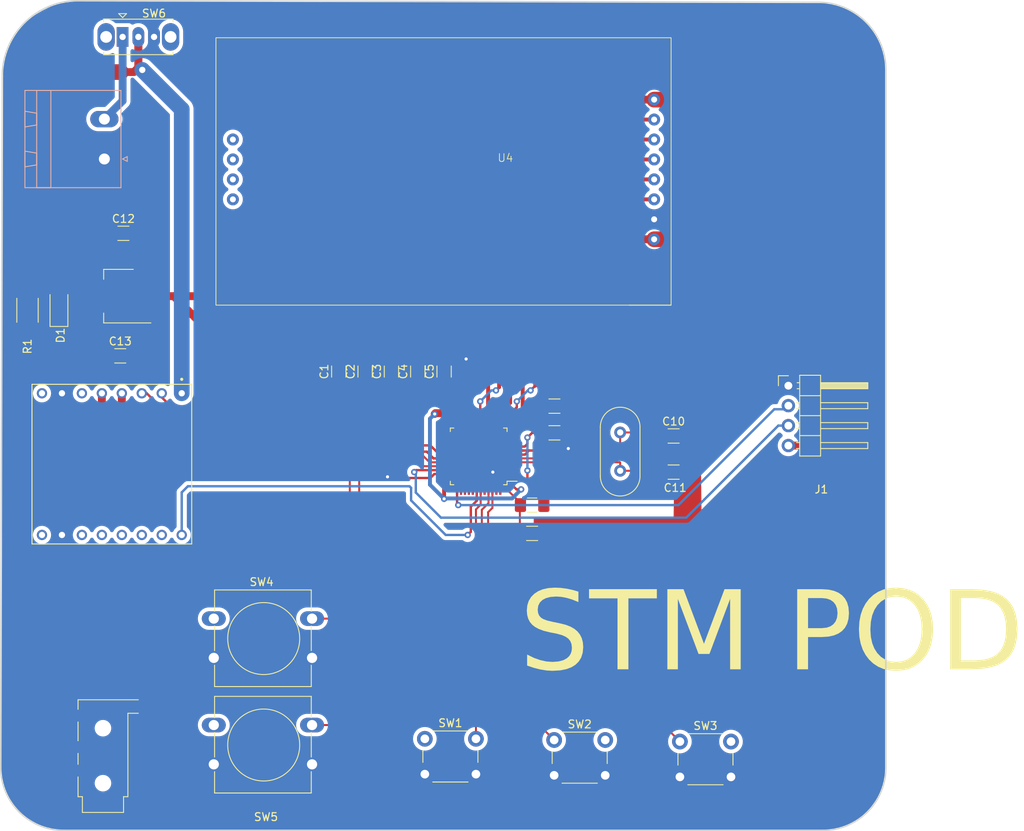
<source format=kicad_pcb>
(kicad_pcb (version 20221018) (generator pcbnew)
  (layers (0 "F.Cu" signal) (31 "B.Cu" signal) (34 "B.Paste" user) (35 "F.Paste" user) (36 "B.SilkS" user "B.Silkscreen") (37 "F.SilkS" user "F.Silkscreen") (38 "B.Mask" user) (39 "F.Mask" user) (44 "Edge.Cuts" user))
  (net 0 "")
  (net 1 "+3.3V")
  (net 2 "GND")
  (net 3 "+3.3VA")
  (net 4 "BAT")
  (net 5 "/HSE-OUT")
  (net 6 "/HSE-IN")
  (net 7 "VBUS")
  (net 8 "/PWR_LED")
  (net 9 "/SWCLK")
  (net 10 "/SWDIO")
  (net 11 "/R")
  (net 12 "/L")
  (net 13 "BACK")
  (net 14 "ACT")
  (net 15 "FRW")
  (net 16 "UP")
  (net 17 "DOWN")
  (net 23 "RES")
  (net 24 "CS")
  (net 25 "A0")
  (net 26 "SCK")
  (net 28 "SDA")
  (net 39 "MP3_RX")
  (net 40 "MP3_TX")
  (net 45 "BUSY")
  (footprint "Capacitor_SMD:C_1206_3216Metric_Pad1.33x1.80mm_HandSolder" (layer "F.Cu") (at 136.4 87.6 90)
    (fp_text reference "C5" (at 0 -1.85 90) (layer "F.SilkS"))
    (fp_text value "10u")
    (pad "1" smd roundrect (at -1.5625 0 90) (size 1.325 1.8) (layers "F.Cu" "F.Paste" "F.Mask") (roundrect_rratio 0.188679) (net 1 "+3.3V"))
    (pad "2" smd roundrect (at 1.5625 0 90) (size 1.325 1.8) (layers "F.Cu" "F.Paste" "F.Mask") (roundrect_rratio 0.188679) (net 2 "GND"))
  )
  (footprint "Resistor_SMD:R_2010_5025Metric_Pad1.40x2.65mm_HandSolder" (layer "F.Cu") (at 83.4 79.8 -90)
    (fp_text reference "R1" (at 4.6 0 90) (layer "F.SilkS"))
    (fp_text value "1.5k")
    (pad "1" smd roundrect (at -2.4 0 270) (size 1.4 2.65) (layers "F.Cu" "F.Paste" "F.Mask") (roundrect_rratio 0.178571) (net 2 "GND"))
    (pad "2" smd roundrect (at 2.4 0 270) (size 1.4 2.65) (layers "F.Cu" "F.Paste" "F.Mask") (roundrect_rratio 0.178571) (net 8 "/PWR_LED"))
  )
  (footprint "Inductor_SMD:L_1206_3216Metric_Pad1.42x1.75mm_HandSolder" (layer "F.Cu") (at 147.6 104.6 180)
    (fp_text reference "FB1" hide)
    (fp_text value "FerriteBead")
    (pad "1" smd roundrect (at -1.4875 0 180) (size 1.425 1.75) (layers "F.Cu" "F.Paste" "F.Mask") (roundrect_rratio 0.175439) (net 3 "+3.3VA"))
    (pad "2" smd roundrect (at 1.4875 0 180) (size 1.425 1.75) (layers "F.Cu" "F.Paste" "F.Mask") (roundrect_rratio 0.175439) (net 1 "+3.3V"))
  )
  (footprint "Capacitor_SMD:C_1206_3216Metric_Pad1.33x1.80mm_HandSolder" (layer "F.Cu") (at 147.6 108.2)
    (fp_text reference "C8" hide)
    (fp_text value "1u" hide)
    (pad "1" smd roundrect (at -1.5625 0) (size 1.325 1.8) (layers "F.Cu" "F.Paste" "F.Mask") (roundrect_rratio 0.188679) (net 1 "+3.3V"))
    (pad "2" smd roundrect (at 1.5625 0) (size 1.325 1.8) (layers "F.Cu" "F.Paste" "F.Mask") (roundrect_rratio 0.188679) (net 2 "GND"))
  )
  (footprint "Crystal:Crystal_HC49-U_Vertical" (layer "F.Cu") (at 158.8 95.35 -90)
    (fp_text reference "Y1" hide)
    (fp_text value "8 MHz")
    (pad "1" thru_hole circle (at 0 0 270) (size 1.5 1.5) (drill 0.8) (layers "*.Cu" "*.Mask") (net 5 "/HSE-OUT"))
    (pad "2" thru_hole circle (at 4.88 0 270) (size 1.5 1.5) (drill 0.8) (layers "*.Cu" "*.Mask") (net 6 "/HSE-IN"))
  )
  (footprint "Button_Switch_THT:SW_PUSH-12mm" (layer "F.Cu") (at 107.1 132.6)
    (fp_text reference "SW5" (at 6.64 11.7) (layer "F.SilkS"))
    (fp_text value "DOWN")
    (pad "1" thru_hole oval (at 0 0) (size 3.048 1.85) (drill 1.3) (layers "*.Cu" "*.Mask") (net 17 "DOWN"))
    (pad "1" thru_hole oval (at 12.5 0) (size 3.048 1.85) (drill 1.3) (layers "*.Cu" "*.Mask") (net 17 "DOWN"))
    (pad "2" thru_hole oval (at 0 5) (size 3.048 1.85) (drill 1.3) (layers "*.Cu" "*.Mask") (net 2 "GND"))
    (pad "2" thru_hole oval (at 12.5 5) (size 3.048 1.85) (drill 1.3) (layers "*.Cu" "*.Mask") (net 2 "GND"))
  )
  (footprint "Capacitor_SMD:C_1206_3216Metric_Pad1.33x1.80mm_HandSolder" (layer "F.Cu") (at 95.6 70)
    (fp_text reference "C12" (at 0 -1.85) (layer "F.SilkS"))
    (fp_text value "22u")
    (pad "1" smd roundrect (at -1.5625 0) (size 1.325 1.8) (layers "F.Cu" "F.Paste" "F.Mask") (roundrect_rratio 0.188679) (net 4 "BAT"))
    (pad "2" smd roundrect (at 1.5625 0) (size 1.325 1.8) (layers "F.Cu" "F.Paste" "F.Mask") (roundrect_rratio 0.188679) (net 2 "GND"))
  )
  (footprint "Button_Switch_THT:SW_PUSH-12mm" (layer "F.Cu") (at 107.1 119.05)
    (fp_text reference "SW4" (at 6.08 -4.66) (layer "F.SilkS"))
    (fp_text value "UP")
    (pad "1" thru_hole oval (at 0 0) (size 3.048 1.85) (drill 1.3) (layers "*.Cu" "*.Mask") (net 16 "UP"))
    (pad "1" thru_hole oval (at 12.5 0) (size 3.048 1.85) (drill 1.3) (layers "*.Cu" "*.Mask") (net 16 "UP"))
    (pad "2" thru_hole oval (at 0 5) (size 3.048 1.85) (drill 1.3) (layers "*.Cu" "*.Mask") (net 2 "GND"))
    (pad "2" thru_hole oval (at 12.5 5) (size 3.048 1.85) (drill 1.3) (layers "*.Cu" "*.Mask") (net 2 "GND"))
  )
  (footprint "DFR0299:MODULE_DFR0299" (layer "F.Cu") (at 94.13 99.383 -90)
    (fp_text reference "U3" hide)
    (fp_text value "DFR0299")
    (pad "1" thru_hole rect (at -9.017 -8.89 270) (size 1.308 1.308) (drill 0.8) (layers "*.Cu" "*.Mask") (net 4 "BAT"))
    (pad "2" thru_hole circle (at -9.017 -6.35 270) (size 1.308 1.308) (drill 0.8) (layers "*.Cu" "*.Mask") (net 39 "MP3_RX"))
    (pad "3" thru_hole circle (at -9.017 -3.81 270) (size 1.308 1.308) (drill 0.8) (layers "*.Cu" "*.Mask") (net 40 "MP3_TX"))
    (pad "4" thru_hole circle (at -9.017 -1.27 270) (size 1.308 1.308) (drill 0.8) (layers "*.Cu" "*.Mask") (net 11 "/R"))
    (pad "5" thru_hole circle (at -9.017 1.27 270) (size 1.308 1.308) (drill 0.8) (layers "*.Cu" "*.Mask") (net 12 "/L"))
    (pad "6" thru_hole circle (at -9.017 3.81 270) (size 1.308 1.308) (drill 0.8) (layers "*.Cu" "*.Mask"))
    (pad "7" thru_hole circle (at -9.017 6.35 270) (size 1.308 1.308) (drill 0.8) (layers "*.Cu" "*.Mask") (net 2 "GND"))
    (pad "8" thru_hole circle (at -9.017 8.89 270) (size 1.308 1.308) (drill 0.8) (layers "*.Cu" "*.Mask"))
    (pad "9" thru_hole circle (at 9.017 8.89 270) (size 1.308 1.308) (drill 0.8) (layers "*.Cu" "*.Mask"))
    (pad "10" thru_hole circle (at 9.017 6.35 270) (size 1.308 1.308) (drill 0.8) (layers "*.Cu" "*.Mask") (net 2 "GND"))
    (pad "11" thru_hole circle (at 9.017 3.81 270) (size 1.308 1.308) (drill 0.8) (layers "*.Cu" "*.Mask"))
    (pad "12" thru_hole circle (at 9.017 1.27 270) (size 1.308 1.308) (drill 0.8) (layers "*.Cu" "*.Mask"))
    (pad "13" thru_hole circle (at 9.017 -1.27 270) (size 1.308 1.308) (drill 0.8) (layers "*.Cu" "*.Mask"))
    (pad "14" thru_hole circle (at 9.017 -3.81 270) (size 1.308 1.308) (drill 0.8) (layers "*.Cu" "*.Mask"))
    (pad "15" thru_hole circle (at 9.017 -6.35 270) (size 1.308 1.308) (drill 0.8) (layers "*.Cu" "*.Mask"))
    (pad "16" thru_hole circle (at 9.017 -8.89 270) (size 1.308 1.308) (drill 0.8) (layers "*.Cu" "*.Mask") (net 45 "BUSY"))
  )
  (footprint "Package_QFP:LQFP-48_7x7mm_P0.5mm" (layer "F.Cu") (at 140.8 98.4 180)
    (fp_text reference "U1" hide)
    (fp_text value "STM32F103C8T6" hide)
    (pad "1" smd roundrect (at -4.1625 -2.75 180) (size 1.475 0.3) (layers "F.Cu" "F.Paste" "F.Mask") (net 1 "+3.3V"))
    (pad "2" smd roundrect (at -4.1625 -2.25 180) (size 1.475 0.3) (layers "F.Cu" "F.Paste" "F.Mask"))
    (pad "3" smd roundrect (at -4.1625 -1.75 180) (size 1.475 0.3) (layers "F.Cu" "F.Paste" "F.Mask"))
    (pad "4" smd roundrect (at -4.1625 -1.25 180) (size 1.475 0.3) (layers "F.Cu" "F.Paste" "F.Mask"))
    (pad "5" smd roundrect (at -4.1625 -0.75 180) (size 1.475 0.3) (layers "F.Cu" "F.Paste" "F.Mask") (net 6 "/HSE-IN"))
    (pad "6" smd roundrect (at -4.1625 -0.25 180) (size 1.475 0.3) (layers "F.Cu" "F.Paste" "F.Mask") (net 5 "/HSE-OUT"))
    (pad "7" smd roundrect (at -4.1625 0.25 180) (size 1.475 0.3) (layers "F.Cu" "F.Paste" "F.Mask") (net 2 "GND"))
    (pad "8" smd roundrect (at -4.1625 0.75 180) (size 1.475 0.3) (layers "F.Cu" "F.Paste" "F.Mask") (net 2 "GND"))
    (pad "9" smd roundrect (at -4.1625 1.25 180) (size 1.475 0.3) (layers "F.Cu" "F.Paste" "F.Mask") (net 3 "+3.3VA"))
    (pad "10" smd roundrect (at -4.1625 1.75 180) (size 1.475 0.3) (layers "F.Cu" "F.Paste" "F.Mask"))
    (pad "11" smd roundrect (at -4.1625 2.25 180) (size 1.475 0.3) (layers "F.Cu" "F.Paste" "F.Mask"))
    (pad "12" smd roundrect (at -4.1625 2.75 180) (size 1.475 0.3) (layers "F.Cu" "F.Paste" "F.Mask") (net 23 "RES"))
    (pad "13" smd roundrect (at -2.75 4.1625 180) (size 0.3 1.475) (layers "F.Cu" "F.Paste" "F.Mask") (net 24 "CS"))
    (pad "14" smd roundrect (at -2.25 4.1625 180) (size 0.3 1.475) (layers "F.Cu" "F.Paste" "F.Mask") (net 25 "A0"))
    (pad "15" smd roundrect (at -1.75 4.1625 180) (size 0.3 1.475) (layers "F.Cu" "F.Paste" "F.Mask") (net 26 "SCK"))
    (pad "16" smd roundrect (at -1.25 4.1625 180) (size 0.3 1.475) (layers "F.Cu" "F.Paste" "F.Mask"))
    (pad "17" smd roundrect (at -0.75 4.1625 180) (size 0.3 1.475) (layers "F.Cu" "F.Paste" "F.Mask") (net 28 "SDA"))
    (pad "18" smd roundrect (at -0.25 4.1625 180) (size 0.3 1.475) (layers "F.Cu" "F.Paste" "F.Mask"))
    (pad "19" smd roundrect (at 0.25 4.1625 180) (size 0.3 1.475) (layers "F.Cu" "F.Paste" "F.Mask"))
    (pad "20" smd roundrect (at 0.75 4.1625 180) (size 0.3 1.475) (layers "F.Cu" "F.Paste" "F.Mask"))
    (pad "21" smd roundrect (at 1.25 4.1625 180) (size 0.3 1.475) (layers "F.Cu" "F.Paste" "F.Mask"))
    (pad "22" smd roundrect (at 1.75 4.1625 180) (size 0.3 1.475) (layers "F.Cu" "F.Paste" "F.Mask"))
    (pad "23" smd roundrect (at 2.25 4.1625 180) (size 0.3 1.475) (layers "F.Cu" "F.Paste" "F.Mask") (net 2 "GND"))
    (pad "24" smd roundrect (at 2.75 4.1625 180) (size 0.3 1.475) (layers "F.Cu" "F.Paste" "F.Mask") (net 1 "+3.3V"))
    (pad "25" smd roundrect (at 4.1625 2.75 180) (size 1.475 0.3) (layers "F.Cu" "F.Paste" "F.Mask"))
    (pad "26" smd roundrect (at 4.1625 2.25 180) (size 1.475 0.3) (layers "F.Cu" "F.Paste" "F.Mask"))
    (pad "27" smd roundrect (at 4.1625 1.75 180) (size 1.475 0.3) (layers "F.Cu" "F.Paste" "F.Mask"))
    (pad "28" smd roundrect (at 4.1625 1.25 180) (size 1.475 0.3) (layers "F.Cu" "F.Paste" "F.Mask"))
    (pad "29" smd roundrect (at 4.1625 0.75 180) (size 1.475 0.3) (layers "F.Cu" "F.Paste" "F.Mask"))
    (pad "30" smd roundrect (at 4.1625 0.25 180) (size 1.475 0.3) (layers "F.Cu" "F.Paste" "F.Mask") (net 39 "MP3_RX"))
    (pad "31" smd roundrect (at 4.1625 -0.25 180) (size 1.475 0.3) (layers "F.Cu" "F.Paste" "F.Mask") (net 40 "MP3_TX"))
    (pad "32" smd roundrect (at 4.1625 -0.75 180) (size 1.475 0.3) (layers "F.Cu" "F.Paste" "F.Mask") (net 16 "UP"))
    (pad "33" smd roundrect (at 4.1625 -1.25 180) (size 1.475 0.3) (layers "F.Cu" "F.Paste" "F.Mask") (net 17 "DOWN"))
    (pad "34" smd roundrect (at 4.1625 -1.75 180) (size 1.475 0.3) (layers "F.Cu" "F.Paste" "F.Mask") (net 10 "/SWDIO"))
    (pad "35" smd roundrect (at 4.1625 -2.25 180) (size 1.475 0.3) (layers "F.Cu" "F.Paste" "F.Mask") (net 2 "GND"))
    (pad "36" smd roundrect (at 4.1625 -2.75 180) (size 1.475 0.3) (layers "F.Cu" "F.Paste" "F.Mask") (net 1 "+3.3V"))
    (pad "37" smd roundrect (at 2.75 -4.1625 180) (size 0.3 1.475) (layers "F.Cu" "F.Paste" "F.Mask") (net 9 "/SWCLK"))
    (pad "38" smd roundrect (at 2.25 -4.1625 180) (size 0.3 1.475) (layers "F.Cu" "F.Paste" "F.Mask"))
    (pad "39" smd roundrect (at 1.75 -4.1625 180) (size 0.3 1.475) (layers "F.Cu" "F.Paste" "F.Mask"))
    (pad "40" smd roundrect (at 1.25 -4.1625 180) (size 0.3 1.475) (layers "F.Cu" "F.Paste" "F.Mask"))
    (pad "41" smd roundrect (at 0.75 -4.1625 180) (size 0.3 1.475) (layers "F.Cu" "F.Paste" "F.Mask"))
    (pad "42" smd roundrect (at 0.25 -4.1625 180) (size 0.3 1.475) (layers "F.Cu" "F.Paste" "F.Mask") (net 45 "BUSY"))
    (pad "43" smd roundrect (at -0.25 -4.1625 180) (size 0.3 1.475) (layers "F.Cu" "F.Paste" "F.Mask") (net 13 "BACK"))
    (pad "44" smd roundrect (at -0.75 -4.1625 180) (size 0.3 1.475) (layers "F.Cu" "F.Paste" "F.Mask") (net 2 "GND"))
    (pad "45" smd roundrect (at -1.25 -4.1625 180) (size 0.3 1.475) (layers "F.Cu" "F.Paste" "F.Mask") (net 14 "ACT"))
    (pad "46" smd roundrect (at -1.75 -4.1625 180) (size 0.3 1.475) (layers "F.Cu" "F.Paste" "F.Mask") (net 15 "FRW"))
    (pad "47" smd roundrect (at -2.25 -4.1625 180) (size 0.3 1.475) (layers "F.Cu" "F.Paste" "F.Mask") (net 2 "GND"))
    (pad "48" smd roundrect (at -2.75 -4.1625 180) (size 0.3 1.475) (layers "F.Cu" "F.Paste" "F.Mask") (net 1 "+3.3V"))
  )
  (footprint "Connector_PinHeader_2.54mm:PinHeader_1x04_P2.54mm_Horizontal" (layer "F.Cu") (at 180.2 89.4)
    (fp_text reference "J1" (at 4.2 13.2) (layer "F.SilkS"))
    (fp_text value "Conn_01x04_Pin")
    (pad "1" thru_hole rect (at 0 0) (size 1.7 1.7) (drill 1) (layers "*.Cu" "*.Mask") (net 2 "GND"))
    (pad "2" thru_hole oval (at 0 2.54) (size 1.7 1.7) (drill 1) (layers "*.Cu" "*.Mask") (net 9 "/SWCLK"))
    (pad "3" thru_hole oval (at 0 5.08) (size 1.7 1.7) (drill 1) (layers "*.Cu" "*.Mask") (net 10 "/SWDIO"))
    (pad "4" thru_hole oval (at 0 7.62) (size 1.7 1.7) (drill 1) (layers "*.Cu" "*.Mask") (net 1 "+3.3V"))
  )
  (footprint "Capacitor_SMD:C_1206_3216Metric_Pad1.33x1.80mm_HandSolder" (layer "F.Cu") (at 95.2 85.6)
    (fp_text reference "C13" (at 0 -1.85) (layer "F.SilkS"))
    (fp_text value "22u")
    (pad "1" smd roundrect (at -1.5625 0) (size 1.325 1.8) (layers "F.Cu" "F.Paste" "F.Mask") (roundrect_rratio 0.188679) (net 1 "+3.3V"))
    (pad "2" smd roundrect (at 1.5625 0) (size 1.325 1.8) (layers "F.Cu" "F.Paste" "F.Mask") (roundrect_rratio 0.188679) (net 2 "GND"))
  )
  (footprint "Capacitor_SMD:C_1206_3216Metric_Pad1.33x1.80mm_HandSolder" (layer "F.Cu") (at 165.6 100.4)
    (fp_text reference "C11" (at 0.2 2) (layer "F.SilkS"))
    (fp_text value "10p")
    (pad "1" smd roundrect (at -1.5625 0) (size 1.325 1.8) (layers "F.Cu" "F.Paste" "F.Mask") (roundrect_rratio 0.188679) (net 6 "/HSE-IN"))
    (pad "2" smd roundrect (at 1.5625 0) (size 1.325 1.8) (layers "F.Cu" "F.Paste" "F.Mask") (roundrect_rratio 0.188679) (net 2 "GND"))
  )
  (footprint "Button_Switch_THT:SW_PUSH_6mm" (layer "F.Cu") (at 133.95 134.35)
    (fp_text reference "SW1" (at 3.25 -2) (layer "F.SilkS"))
    (fp_text value "BACK")
    (pad "1" thru_hole circle (at 0 0 90) (size 2 2) (drill 1.1) (layers "*.Cu" "*.Mask") (net 13 "BACK"))
    (pad "1" thru_hole circle (at 6.5 0 90) (size 2 2) (drill 1.1) (layers "*.Cu" "*.Mask") (net 13 "BACK"))
    (pad "2" thru_hole circle (at 0 4.5 90) (size 2 2) (drill 1.1) (layers "*.Cu" "*.Mask") (net 2 "GND"))
    (pad "2" thru_hole circle (at 6.5 4.5 90) (size 2 2) (drill 1.1) (layers "*.Cu" "*.Mask") (net 2 "GND"))
  )
  (footprint "Button_Switch_THT:SW_PUSH_6mm" (layer "F.Cu") (at 150.4 134.5)
    (fp_text reference "SW2" (at 3.25 -2) (layer "F.SilkS"))
    (fp_text value "ACT")
    (pad "1" thru_hole circle (at 0 0 90) (size 2 2) (drill 1.1) (layers "*.Cu" "*.Mask") (net 14 "ACT"))
    (pad "1" thru_hole circle (at 6.5 0 90) (size 2 2) (drill 1.1) (layers "*.Cu" "*.Mask") (net 14 "ACT"))
    (pad "2" thru_hole circle (at 0 4.5 90) (size 2 2) (drill 1.1) (layers "*.Cu" "*.Mask") (net 2 "GND"))
    (pad "2" thru_hole circle (at 6.5 4.5 90) (size 2 2) (drill 1.1) (layers "*.Cu" "*.Mask") (net 2 "GND"))
  )
  (footprint "Capacitor_SMD:C_1206_3216Metric_Pad1.33x1.80mm_HandSolder" (layer "F.Cu") (at 129.7 87.6 90)
    (fp_text reference "C3" (at 0 -1.85 90) (layer "F.SilkS"))
    (fp_text value "100n")
    (pad "1" smd roundrect (at -1.5625 0 90) (size 1.325 1.8) (layers "F.Cu" "F.Paste" "F.Mask") (roundrect_rratio 0.188679) (net 1 "+3.3V"))
    (pad "2" smd roundrect (at 1.5625 0 90) (size 1.325 1.8) (layers "F.Cu" "F.Paste" "F.Mask") (roundrect_rratio 0.188679) (net 2 "GND"))
  )
  (footprint "ST7735S:ST7735s" (layer "F.Cu") (at 144.2 60.6)
    (fp_text reference "U4" (at 0 -0.2 unlocked) (layer "F.SilkS") (effects (font (thickness 0.1))))
    (fp_text value "~")
    (pad "1" thru_hole circle (at 18.923 10.16) (size 1.524 1.524) (drill 0.762) (layers "*.Cu" "*.Mask") (net 1 "+3.3V"))
    (pad "2" thru_hole rect (at 18.923 7.62) (size 1.524 1.524) (drill 0.762) (layers "*.Cu" "*.Mask") (net 2 "GND"))
    (pad "3" thru_hole circle (at 18.923 -7.62) (size 1.524 1.524) (drill 0.762) (layers "*.Cu" "*.Mask") (net 1 "+3.3V"))
    (pad "4" thru_hole circle (at 18.923 2.54) (size 1.524 1.524) (drill 0.762) (layers "*.Cu" "*.Mask") (net 23 "RES"))
    (pad "5" thru_hole circle (at 18.923 5.08) (size 1.524 1.524) (drill 0.762) (layers "*.Cu" "*.Mask") (net 24 "CS"))
    (pad "6" thru_hole circle (at 18.923 0) (size 1.524 1.524) (drill 0.762) (layers "*.Cu" "*.Mask") (net 25 "A0"))
    (pad "7" thru_hole circle (at 18.923 -5.08) (size 1.524 1.524) (drill 0.762) (layers "*.Cu" "*.Mask") (net 26 "SCK"))
    (pad "8" thru_hole circle (at 18.923 -2.54) (size 1.524 1.524) (drill 0.762) (layers "*.Cu" "*.Mask") (net 28 "SDA"))
    (pad "9" thru_hole circle (at -34.671 5.08) (size 1.524 1.524) (drill 0.762) (layers "*.Cu" "*.Mask"))
    (pad "10" thru_hole circle (at -34.671 2.54) (size 1.524 1.524) (drill 0.762) (layers "*.Cu" "*.Mask"))
    (pad "11" thru_hole circle (at -34.671 0) (size 1.524 1.524) (drill 0.762) (layers "*.Cu" "*.Mask"))
    (pad "12" thru_hole circle (at -34.671 -2.54) (size 1.524 1.524) (drill 0.762) (layers "*.Cu" "*.Mask"))
  )
  (footprint "Capacitor_SMD:C_1206_3216Metric_Pad1.33x1.80mm_HandSolder" (layer "F.Cu") (at 126.35 87.6 90)
    (fp_text reference "C2" (at 0 -1.85 90) (layer "F.SilkS"))
    (fp_text value "100n")
    (pad "1" smd roundrect (at -1.5625 0 90) (size 1.325 1.8) (layers "F.Cu" "F.Paste" "F.Mask") (roundrect_rratio 0.188679) (net 1 "+3.3V"))
    (pad "2" smd roundrect (at 1.5625 0 90) (size 1.325 1.8) (layers "F.Cu" "F.Paste" "F.Mask") (roundrect_rratio 0.188679) (net 2 "GND"))
  )
  (footprint "Capacitor_SMD:C_1206_3216Metric_Pad1.33x1.80mm_HandSolder" (layer "F.Cu") (at 165.6 95.8)
    (fp_text reference "C10" (at 0 -1.85) (layer "F.SilkS"))
    (fp_text value "10p")
    (pad "1" smd roundrect (at -1.5625 0) (size 1.325 1.8) (layers "F.Cu" "F.Paste" "F.Mask") (roundrect_rratio 0.188679) (net 5 "/HSE-OUT"))
    (pad "2" smd roundrect (at 1.5625 0) (size 1.325 1.8) (layers "F.Cu" "F.Paste" "F.Mask") (roundrect_rratio 0.188679) (net 2 "GND"))
  )
  (footprint "Capacitor_SMD:C_1206_3216Metric_Pad1.33x1.80mm_HandSolder" (layer "F.Cu") (at 150.4375 95.4)
    (fp_text reference "C7" hide)
    (fp_text value "1u" hide)
    (pad "1" smd roundrect (at -1.5625 0) (size 1.325 1.8) (layers "F.Cu" "F.Paste" "F.Mask") (roundrect_rratio 0.188679) (net 3 "+3.3VA"))
    (pad "2" smd roundrect (at 1.5625 0) (size 1.325 1.8) (layers "F.Cu" "F.Paste" "F.Mask") (roundrect_rratio 0.188679) (net 2 "GND"))
  )
  (footprint "Button_Switch_THT:SW_Slide_1P2T_CK_OS102011MS2Q" (layer "F.Cu") (at 95.5 45)
    (fp_text reference "SW6" (at 3.99 -2.99) (layer "F.SilkS"))
    (fp_text value "SW_SPDT")
    (pad "" thru_hole oval (at -2.1 0) (size 2.2 3.5) (drill 1.5) (layers "*.Cu" "*.Mask"))
    (pad "" thru_hole oval (at 6.1 0) (size 2.2 3.5) (drill 1.5) (layers "*.Cu" "*.Mask"))
    (pad "1" thru_hole rect (at 0 0) (size 1.5 2.5) (drill 0.8) (layers "*.Cu" "*.Mask") (net 7 "VBUS"))
    (pad "2" thru_hole oval (at 2 0) (size 1.5 2.5) (drill 0.8) (layers "*.Cu" "*.Mask") (net 4 "BAT"))
    (pad "3" thru_hole oval (at 4 0) (size 1.5 2.5) (drill 0.8) (layers "*.Cu" "*.Mask") (net 2 "GND"))
  )
  (footprint "LED_SMD:LED_1206_3216Metric_Pad1.42x1.75mm_HandSolder" (layer "F.Cu") (at 87.4 79.4 90)
    (fp_text reference "D1" (at -3.6 0.2 90) (layer "F.SilkS"))
    (fp_text value "RED")
    (pad "1" smd roundrect (at -1.4875 0 90) (size 1.425 1.75) (layers "F.Cu" "F.Paste" "F.Mask") (roundrect_rratio 0.175439) (net 8 "/PWR_LED"))
    (pad "2" smd roundrect (at 1.4875 0 90) (size 1.425 1.75) (layers "F.Cu" "F.Paste" "F.Mask") (roundrect_rratio 0.175439) (net 1 "+3.3V"))
  )
  (footprint "new_conn.Pretty:new_conn" (layer "F.Cu") (at 93 135.25 90)
    (fp_text reference "J4" hide)
    (fp_text value "AudioJack4")
    (pad "" np_thru_hole circle (at -4.75 0 90) (size 1.6 1.6) (drill 1.6) (layers "F&B.Cu" "*.Mask"))
    (pad "" np_thru_hole circle (at 2.25 0 90) (size 1.6 1.6) (drill 1.6) (layers "F&B.Cu" "*.Mask"))
    (pad "R1" smd rect (at -0.15 -3.25 90) (size 1.2 2.5) (layers "F.Cu" "F.Paste" "F.Mask") (net 11 "/R"))
    (pad "R2" smd rect (at -3.15 -3.25 90) (size 1.2 2.5) (layers "F.Cu" "F.Paste" "F.Mask") (net 2 "GND"))
    (pad "S" smd rect (at 4.95 3.25 90) (size 1.2 2.5) (layers "F.Cu" "F.Paste" "F.Mask"))
    (pad "T" smd rect (at 3.85 -3.25 90) (size 1.2 2.5) (layers "F.Cu" "F.Paste" "F.Mask") (net 12 "/L"))
  )
  (footprint "Button_Switch_THT:SW_PUSH_6mm" (layer "F.Cu") (at 166.4 134.7)
    (fp_text reference "SW3" (at 3.25 -2) (layer "F.SilkS"))
    (fp_text value "FRW")
    (pad "1" thru_hole circle (at 0 0 90) (size 2 2) (drill 1.1) (layers "*.Cu" "*.Mask") (net 15 "FRW"))
    (pad "1" thru_hole circle (at 6.5 0 90) (size 2 2) (drill 1.1) (layers "*.Cu" "*.Mask") (net 15 "FRW"))
    (pad "2" thru_hole circle (at 0 4.5 90) (size 2 2) (drill 1.1) (layers "*.Cu" "*.Mask") (net 2 "GND"))
    (pad "2" thru_hole circle (at 6.5 4.5 90) (size 2 2) (drill 1.1) (layers "*.Cu" "*.Mask") (net 2 "GND"))
  )
  (footprint "Capacitor_SMD:C_1206_3216Metric_Pad1.33x1.80mm_HandSolder" (layer "F.Cu") (at 123 87.6 90)
    (fp_text reference "C1" (at 0 -1.85 90) (layer "F.SilkS"))
    (fp_text value "100n")
    (pad "1" smd roundrect (at -1.5625 0 90) (size 1.325 1.8) (layers "F.Cu" "F.Paste" "F.Mask") (roundrect_rratio 0.188679) (net 1 "+3.3V"))
    (pad "2" smd roundrect (at 1.5625 0 90) (size 1.325 1.8) (layers "F.Cu" "F.Paste" "F.Mask") (roundrect_rratio 0.188679) (net 2 "GND"))
  )
  (footprint "Package_TO_SOT_SMD:SOT-223-3_TabPin2" (layer "F.Cu") (at 95 78 180)
    (fp_text reference "U2" hide)
    (fp_text value "AMS1117-3.3")
    (pad "1" smd rect (at -3.15 -2.3 180) (size 2 1.5) (layers "F.Cu" "F.Paste" "F.Mask") (net 2 "GND"))
    (pad "2" smd rect (at -3.15 0 180) (size 2 1.5) (layers "F.Cu" "F.Paste" "F.Mask") (net 1 "+3.3V"))
    (pad "2" smd rect (at 3.15 0 180) (size 2 3.8) (layers "F.Cu" "F.Paste" "F.Mask") (net 1 "+3.3V"))
    (pad "3" smd rect (at -3.15 2.3 180) (size 2 1.5) (layers "F.Cu" "F.Paste" "F.Mask") (net 4 "BAT"))
  )
  (footprint "Capacitor_SMD:C_1206_3216Metric_Pad1.33x1.80mm_HandSolder" (layer "F.Cu") (at 133.05 87.6 90)
    (fp_text reference "C4" (at 0 -1.85 90) (layer "F.SilkS"))
    (fp_text value "100n")
    (pad "1" smd roundrect (at -1.5625 0 90) (size 1.325 1.8) (layers "F.Cu" "F.Paste" "F.Mask") (roundrect_rratio 0.188679) (net 1 "+3.3V"))
    (pad "2" smd roundrect (at 1.5625 0 90) (size 1.325 1.8) (layers "F.Cu" "F.Paste" "F.Mask") (roundrect_rratio 0.188679) (net 2 "GND"))
  )
  (footprint "Capacitor_SMD:C_1206_3216Metric_Pad1.33x1.80mm_HandSolder" (layer "F.Cu") (at 150.4375 92)
    (fp_text reference "C6" hide)
    (fp_text value "10n" hide)
    (pad "1" smd roundrect (at -1.5625 0) (size 1.325 1.8) (layers "F.Cu" "F.Paste" "F.Mask") (roundrect_rratio 0.188679) (net 3 "+3.3VA"))
    (pad "2" smd roundrect (at 1.5625 0) (size 1.325 1.8) (layers "F.Cu" "F.Paste" "F.Mask") (roundrect_rratio 0.188679) (net 2 "GND"))
  )
  (footprint "Connector_Phoenix_MSTB:PhoenixContact_MSTBA_2,5_2-G-5,08_1x02_P5.08mm_Horizontal" (layer "B.Cu") (at 93.1775 60.54 90)
    (fp_text reference "J2" hide)
    (fp_text value "Conn_01x02_Pin")
    (pad "1" thru_hole roundrect (at 0 0 90) (size 2.08 3.6) (drill 1.4) (layers "*.Cu" "*.Mask") (roundrect_rratio 0.120192) (net 2 "GND"))
    (pad "2" thru_hole oval (at 5.08 0 90) (size 2.08 3.6) (drill 1.4) (layers "*.Cu" "*.Mask") (net 7 "VBUS"))
  )
  (gr_line (start 89.8 40.4) (end 184 40.6) (stroke (width 0.2)) (layer "Edge.Cuts"))
  (gr_line (start 192.6 138) (end 192.6 49.2) (stroke (width 0.2)) (layer "Edge.Cuts"))
  (gr_arc (start 192.6 138) (mid 190.256855 143.656855) (end 184.6 146) (stroke (width 0.2)) (layer "Edge.Cuts"))
  (gr_line (start 80.2 50) (end 80 138) (stroke (width 0.2)) (layer "Edge.Cuts"))
  (gr_arc (start 80.2 50) (mid 83.011775 43.211775) (end 89.8 40.4) (stroke (width 0.2)) (layer "Edge.Cuts"))
  (gr_arc (start 88 146) (mid 82.343145 143.656855) (end 80 138) (stroke (width 0.2)) (layer "Edge.Cuts"))
  (gr_line (start 88 146) (end 184.6 146) (stroke (width 0.2)) (layer "Edge.Cuts"))
  (gr_arc (start 184 40.6) (mid 190.081118 43.118882) (end 192.6 49.2) (stroke (width 0.2)) (layer "Edge.Cuts"))
  (gr_text "STM POD" (at 146 127.2) (layer "F.SilkS") (effects (font (size 10 10)) (justify left bottom)))
  (segment (start 144.353185 102.5625) (end 143.55 102.5625) (width 0.25) (layer "F.Cu") (net 1))
  (segment (start 128.631497 78) (end 102 78) (width 1) (layer "F.Cu") (net 1))
  (segment (start 167.2 55) (end 167.2 69.8) (width 2) (layer "F.Cu") (net 1))
  (segment (start 176.2 69.6) (end 167.6 69.6) (width 1) (layer "F.Cu") (net 1))
  (segment (start 135.3 92.9) (end 135.2 93) (width 1) (layer "F.Cu") (net 1))
  (segment (start 163.123 52.98) (end 165.18 52.98) (width 2) (layer "F.Cu") (net 1))
  (segment (start 87.4875 78) (end 87.4 77.9125) (width 2) (layer "F.Cu") (net 1))
  (segment (start 166.24 70.76) (end 166.3 70.7) (width 2) (layer "F.Cu") (net 1))
  (segment (start 146.2 102.6) (end 145.609315 102.6) (width 0.3) (layer "F.Cu") (net 1))
  (segment (start 165.18 52.98) (end 167.2 55) (width 2) (layer "F.Cu") (net 1))
  (segment (start 144.353185 102.5625) (end 144.9625 101.953185) (width 0.25) (layer "F.Cu") (net 1))
  (segment (start 163 70.8) (end 162.96 70.76) (width 1) (layer "F.Cu") (net 1))
  (segment (start 146.1125 104.6) (end 146.0375 104.675) (width 0.25) (layer "F.Cu") (net 1))
  (segment (start 136.4 103.8) (end 136.4 101.5) (width 0.5) (layer "F.Cu") (net 1))
  (segment (start 91.85 83.8125) (end 93.6375 85.6) (width 2) (layer "F.Cu") (net 1))
  (segment (start 167.2 54.6) (end 167.2 55) (width 1) (layer "F.Cu") (net 1))
  (segment (start 136.4 92.9) (end 135.3 92.9) (width 1) (layer "F.Cu") (net 1))
  (segment (start 146.1125 104.6) (end 145.9875 104.6) (width 0.25) (layer "F.Cu") (net 1))
  (segment (start 183.4 76.8) (end 176.2 69.6) (width 1) (layer "F.Cu") (net 1))
  (segment (start 113.1625 89.1625) (end 102 78) (width 1) (layer "F.Cu") (net 1))
  (segment (start 146.1125 104.321815) (end 144.353185 102.5625) (width 0.25) (layer "F.Cu") (net 1))
  (segment (start 183.4 96) (end 183.4 76.8) (width 1) (layer "F.Cu") (net 1))
  (segment (start 160.923 52.98) (end 162.78 52.98) (width 1) (layer "F.Cu") (net 1))
  (segment (start 102 78) (end 98.15 78) (width 1) (layer "F.Cu") (net 1))
  (segment (start 163.123 70.76) (end 166.24 70.76) (width 2) (layer "F.Cu") (net 1))
  (segment (start 137.7 94.2) (end 137.7 94.2375) (width 1) (layer "F.Cu") (net 1))
  (segment (start 137.7 94.1) (end 137.7 94.2) (width 1) (layer "F.Cu") (net 1))
  (segment (start 162.96 70.76) (end 160.923 70.76) (width 1) (layer "F.Cu") (net 1))
  (segment (start 136.4 89.1625) (end 136.4 92.9) (width 1) (layer "F.Cu") (net 1))
  (segment (start 136.4 92.9) (end 137.7 94.2) (width 0.5) (layer "F.Cu") (net 1))
  (segment (start 160.923 52.98) (end 153.651497 52.98) (width 1) (layer "F.Cu") (net 1))
  (segment (start 167.2 69.8) (end 166.3 70.7) (width 1) (layer "F.Cu") (net 1))
  (segment (start 146.1125 104.6) (end 146.1125 104.321815) (width 0.25) (layer "F.Cu") (net 1))
  (segment (start 136.4 101.5) (end 136.6375 101.2625) (width 0.5) (layer "F.Cu") (net 1))
  (segment (start 136.4 89.1625) (end 123 89.1625) (width 1) (layer "F.Cu") (net 1))
  (segment (start 123 89.1625) (end 113.1625 89.1625) (width 1) (layer "F.Cu") (net 1))
  (segment (start 146.0375 104.675) (end 146.0375 108.2) (width 0.25) (layer "F.Cu") (net 1))
  (segment (start 166.3 70.7) (end 166 71) (width 1) (layer "F.Cu") (net 1))
  (segment (start 153.651497 52.98) (end 128.631497 78) (width 1) (layer "F.Cu") (net 1))
  (segment (start 182.38 97.02) (end 183.4 96) (width 1) (layer "F.Cu") (net 1))
  (segment (start 143.55 101.723959) (end 143.55 102.5625) (width 0.3) (layer "F.Cu") (net 1))
  (segment (start 91.85 78) (end 98.15 78) (width 2) (layer "F.Cu") (net 1))
  (segment (start 136.6375 101.15) (end 136.6375 101.2625) (width 0.3) (layer "F.Cu") (net 1))
  (segment (start 91.85 78) (end 91.85 83.8125) (width 2) (layer "F.Cu") (net 1))
  (segment (start 145.609315 102.6) (end 144.9625 101.953185) (width 0.3) (layer "F.Cu") (net 1))
  (segment (start 180.2 97.02) (end 182.38 97.02) (width 1) (layer "F.Cu") (net 1))
  (segment (start 144.9625 101.953185) (end 144.9625 101.15) (width 0.25) (layer "F.Cu") (net 1))
  (segment (start 91.85 78) (end 87.4875 78) (width 2) (layer "F.Cu") (net 1))
  (via (at 146.2 102.6) (size 0.8) (drill 0.4) (layers "F.Cu" "B.Cu") (net 1))
  (via (at 136.4 103.8) (size 0.8) (drill 0.4) (layers "F.Cu" "B.Cu") (net 1))
  (via (at 135.2 93) (size 0.8) (drill 0.4) (layers "F.Cu" "B.Cu") (net 1))
  (segment (start 145.05 103.75) (end 146.2 102.6) (width 0.5) (layer "B.Cu") (net 1))
  (segment (start 136.45 103.75) (end 145.05 103.75) (width 0.5) (layer "B.Cu") (net 1))
  (segment (start 134.6 93.6) (end 135.2 93) (width 0.5) (layer "B.Cu") (net 1))
  (segment (start 136.4 103.8) (end 136.45 103.75) (width 0.5) (layer "B.Cu") (net 1))
  (segment (start 136.4 103.8) (end 134.6 102) (width 0.5) (layer "B.Cu") (net 1))
  (segment (start 134.6 102) (end 134.6 93.6) (width 0.5) (layer "B.Cu") (net 1))
  (segment (start 167.1625 100.2375) (end 167.1625 100.4) (width 0.5) (layer "F.Cu") (net 2))
  (segment (start 93.1775 60.54) (end 93.1775 60.7775) (width 2) (layer "F.Cu") (net 2))
  (segment (start 143.05 100.85) (end 143.05 102.5625) (width 0.3) (layer "F.Cu") (net 2))
  (segment (start 139.2 86) (end 138.55 86.65) (width 0.3) (layer "F.Cu") (net 2))
  (segment (start 167.1625 95.8) (end 167.1625 100.4) (width 1) (layer "F.Cu") (net 2))
  (segment (start 88.8 88) (end 94.3625 88) (width 1) (layer "F.Cu") (net 2))
  (segment (start 152.2 97.4) (end 151.95 97.65) (width 0.3) (layer "F.Cu") (net 2))
  (segment (start 83.4 77.4) (end 81 79.8) (width 0.5) (layer "F.Cu") (net 2))
  (segment (start 81 85.6) (end 83.4 88) (width 0.5) (layer "F.Cu") (net 2))
  (segment (start 178 89.4) (end 167.1625 100.2375) (width 0.5) (layer "F.Cu") (net 2))
  (segment (start 97.4 69.7625) (end 97.1625 70) (width 2) (layer "F.Cu") (net 2))
  (segment (start 96.54 60.54) (end 97.4 61.4) (width 2) (layer "F.Cu") (net 2))
  (segment (start 93.1775 60.54) (end 96.54 60.54) (width 2) (layer "F.Cu") (net 2))
  (segment (start 90.55 137.6) (end 107.1 137.6) (width 2) (layer "F.Cu") (net 2))
  (segment (start 98.15 84.2125) (end 96.7625 85.6) (width 2) (layer "F.Cu") (net 2))
  (segment (start 145.9 98.15) (end 145.925 98.175) (width 0.3) (layer "F.Cu") (net 2))
  (segment (start 145.8 97.65) (end 144.9625 97.65) (width 0.3) (layer "F.Cu") (net 2))
  (segment (start 98.15 80.3) (end 98.15 84.2125) (width 2) (layer "F.Cu") (net 2))
  (segment (start 146.675 98.175) (end 147.2 97.65) (width 0.3) (layer "F.Cu") (net 2))
  (segment (start 141.55 101.45) (end 141.55 102.5625) (width 0.3) (layer "F.Cu") (net 2))
  (segment (start 151.95 97.65) (end 147.2 97.65) (width 0.3) (layer "F.Cu") (net 2))
  (segment (start 145.925 98.175) (end 146.675 98.175) (width 0.3) (layer "F.Cu") (net 2))
  (segment (start 142.6 100.4) (end 143.05 100.85) (width 0.3) (layer "F.Cu") (net 2))
  (segment (start 138.55 86.65) (end 138.55 94.2375) (width 0.3) (layer "F.Cu") (net 2))
  (segment (start 94.3625 88) (end 96.7625 85.6) (width 1) (layer "F.Cu") (net 2))
  (segment (start 134.65 101.15) (end 135.15 100.65) (width 0.3) (layer "F.Cu") (net 2))
  (segment (start 135.15 100.65) (end 136.6375 100.65) (width 0.3) (layer "F.Cu") (net 2))
  (segment (start 146.4 97.65) (end 145.8 97.65) (width 0.3) (layer "F.Cu") (net 2))
  (segment (start 180.2 89.4) (end 178 89.4) (width 0.5) (layer "F.Cu") (net 2))
  (segment (start 147.2 97.65) (end 146.4 97.65) (width 0.3) (layer "F.Cu") (net 2))
  (segment (start 81 79.8) (end 81 85.6) (width 0.5) (layer "F.Cu") (net 2))
  (segment (start 144.9625 98.15) (end 145.9 98.15) (width 0.3) (layer "F.Cu") (net 2))
  (segment (start 83.4 88) (end 88.8 88) (width 0.5) (layer "F.Cu") (net 2))
  (segment (start 93.1775 60.7775) (end 93.2 60.8) (width 2) (layer "F.Cu") (net 2))
  (segment (start 133.45 138.35) (end 133.95 138.85) (width 0.25) (layer "F.Cu") (net 2))
  (segment (start 87.78 89.02) (end 88.8 88) (width 1) (layer "F.Cu") (net 2))
  (segment (start 97.4 61.4) (end 97.4 69.7625) (width 2) (layer "F.Cu") (net 2))
  (segment (start 142.6 100.4) (end 141.55 101.45) (width 0.3) (layer "F.Cu") (net 2))
  (segment (start 89.75 138.4) (end 90.55 137.6) (width 2) (layer "F.Cu") (net 2))
  (segment (start 87.78 90.366) (end 87.78 89.02) (width 1) (layer "F.Cu") (net 2))
  (segment (start 129.2 101) (end 129.35 101.15) (width 0.3) (layer "F.Cu") (net 2))
  (segment (start 129.35 101.15) (end 134.65 101.15) (width 0.3) (layer "F.Cu") (net 2))
  (via (at 152.2 97.4) (size 0.8) (drill 0.4) (layers "F.Cu" "B.Cu") (net 2))
  (via (at 139.2 86) (size 0.8) (drill 0.4) (layers "F.Cu" "B.Cu") (net 2))
  (via (at 129.2 101) (size 0.8) (drill 0.4) (layers "F.Cu" "B.Cu") (net 2))
  (via (at 142.6 100.4) (size 0.8) (drill 0.4) (layers "F.Cu" "B.Cu") (net 2))
  (segment (start 149.0875 103.6875) (end 149.0875 104.6) (width 0.3) (layer "F.Cu") (net 3))
  (segment (start 147 96.8) (end 146.65 97.15) (width 0.3) (layer "F.Cu") (net 3))
  (segment (start 147 101.6) (end 149.0875 103.6875) (width 0.3) (layer "F.Cu") (net 3))
  (segment (start 148.875 95.4) (end 147.6 95.4) (width 0.3) (layer "F.Cu") (net 3))
  (segment (start 148.875 92) (end 148.875 95.4) (width 0.3) (layer "F.Cu") (net 3))
  (segment (start 147 100.2) (end 147.2 100) (width 0.3) (layer "F.Cu") (net 3))
  (segment (start 147 96) (end 147 96.8) (width 0.3) (layer "F.Cu") (net 3))
  (segment (start 147 100.2) (end 147 101.6) (width 0.3) (layer "F.Cu") (net 3))
  (segment (start 146.65 97.15) (end 144.9625 97.15) (width 0.3) (layer "F.Cu") (net 3))
  (segment (start 147.6 95.4) (end 147 96) (width 0.3) (layer "F.Cu") (net 3))
  (via (at 147 96) (size 0.8) (drill 0.4) (layers "F.Cu" "B.Cu") (net 3))
  (via (at 147 100.2) (size 0.8) (drill 0.4) (layers "F.Cu" "B.Cu") (net 3))
  (segment (start 147 100.2) (end 147 96) (width 0.3) (layer "B.Cu") (net 3))
  (segment (start 97.5 48.7) (end 98 49.2) (width 1) (layer "F.Cu") (net 4))
  (segment (start 94 70.0375) (end 94 73.6) (width 2) (layer "F.Cu") (net 4))
  (segment (start 96.05 73.6) (end 98.15 75.7) (width 2) (layer "F.Cu") (net 4))
  (segment (start 93.8375 70.2) (end 94.0375 70) (width 2) (layer "F.Cu") (net 4))
  (segment (start 94 73.6) (end 96.05 73.6) (width 2) (layer "F.Cu") (net 4))
  (segment (start 97.5 45) (end 97.5 48.9) (width 1) (layer "F.Cu") (net 4))
  (segment (start 95.275 49.475) (end 94.95 49.8) (width 1) (layer "F.Cu") (net 4))
  (segment (start 94.0375 70) (end 87.4 63.3625) (width 2) (layer "F.Cu") (net 4))
  (segment (start 94.0375 70) (end 94 70.0375) (width 2) (layer "F.Cu") (net 4))
  (segment (start 97.5 45) (end 97.5 48.7) (width 1) (layer "F.Cu") (net 4))
  (segment (start 87.4 52.4) (end 90.325 49.475) (width 2) (layer "F.Cu") (net 4))
  (segment (start 96.925 49.475) (end 95.275 49.475) (width 1) (layer "F.Cu") (net 4))
  (segment (start 97.5 48.9) (end 96.925 49.475) (width 1) (layer "F.Cu") (net 4))
  (segment (start 87.4 63.3625) (end 87.4 52.4) (width 2) (layer "F.Cu") (net 4))
  (segment (start 90.325 49.475) (end 95.275 49.475) (width 2) (layer "F.Cu") (net 4))
  (via (at 98 49.2) (size 1.6) (drill 0.8) (layers "F.Cu" "B.Cu") (net 4))
  (segment (start 103.02 54.22) (end 98 49.2) (width 2) (layer "B.Cu") (net 4))
  (segment (start 103.02 90.366) (end 103.02 54.22) (width 2) (layer "B.Cu") (net 4))
  (segment (start 158.55 98.65) (end 144.9625 98.65) (width 0.25) (layer "F.Cu") (net 5))
  (segment (start 158.8 98.4) (end 158.55 98.65) (width 0.25) (layer "F.Cu") (net 5))
  (segment (start 163.5875 95.35) (end 164.0375 95.8) (width 0.25) (layer "F.Cu") (net 5))
  (segment (start 158.8 95.35) (end 163.5875 95.35) (width 0.25) (layer "F.Cu") (net 5))
  (segment (start 158.8 95.35) (end 158.8 98.4) (width 0.25) (layer "F.Cu") (net 5))
  (segment (start 158.8 100.23) (end 163.8675 100.23) (width 0.25) (layer "F.Cu") (net 6))
  (segment (start 158.75 99.15) (end 144.9625 99.15) (width 0.25) (layer "F.Cu") (net 6))
  (segment (start 163.8675 100.23) (end 164.0375 100.4) (width 0.25) (layer "F.Cu") (net 6))
  (segment (start 158.8 99.2) (end 158.75 99.15) (width 0.25) (layer "F.Cu") (net 6))
  (segment (start 158.8 100.23) (end 158.8 99.2) (width 0.25) (layer "F.Cu") (net 6))
  (segment (start 93.1775 55.46) (end 95.5 53.1375) (width 1) (layer "B.Cu") (net 7))
  (segment (start 95.5 53.1375) (end 95.5 45) (width 1) (layer "B.Cu") (net 7))
  (segment (start 87.4 80.8875) (end 84.7125 80.8875) (width 2) (layer "F.Cu") (net 8))
  (segment (start 84.7125 80.8875) (end 83.4 82.2) (width 2) (layer "F.Cu") (net 8))
  (segment (start 180.2 91.94) (end 179.66 91.94) (width 0.25) (layer "F.Cu") (net 9))
  (segment (start 138.05 104.45) (end 138.05 102.5625) (width 0.3) (layer "F.Cu") (net 9))
  (segment (start 138.2 104.6) (end 138.05 104.45) (width 0.3) (layer "F.Cu") (net 9))
  (via (at 138.2 104.6) (size 0.8) (drill 0.4) (layers "F.Cu" "B.Cu") (net 9))
  (segment (start 179.74 92.4) (end 178.4 92.4) (width 0.3) (layer "B.Cu") (net 9))
  (segment (start 180.2 91.94) (end 179.74 92.4) (width 0.3) (layer "B.Cu") (net 9))
  (segment (start 166.2 104.6) (end 165.4 104.6) (width 0.3) (layer "B.Cu") (net 9))
  (segment (start 138.2 104.6) (end 165.4 104.6) (width 0.3) (layer "B.Cu") (net 9))
  (segment (start 178.4 92.4) (end 166.2 104.6) (width 0.3) (layer "B.Cu") (net 9))
  (segment (start 132.6 100.4) (end 132.85 100.15) (width 0.3) (layer "F.Cu") (net 10))
  (segment (start 132.85 100.15) (end 136.6375 100.15) (width 0.3) (layer "F.Cu") (net 10))
  (via (at 132.6 100.4) (size 0.8) (drill 0.4) (layers "F.Cu" "B.Cu") (net 10))
  (segment (start 178.92 94.48) (end 180.2 94.48) (width 0.3) (layer "B.Cu") (net 10))
  (segment (start 167.2 106.2) (end 178.92 94.48) (width 0.3) (layer "B.Cu") (net 10))
  (segment (start 132.8 100.6) (end 132.8 103) (width 0.3) (layer "B.Cu") (net 10))
  (segment (start 132.8 103) (end 136 106.2) (width 0.3) (layer "B.Cu") (net 10))
  (segment (start 132.6 100.4) (end 132.8 100.6) (width 0.3) (layer "B.Cu") (net 10))
  (segment (start 136 106.2) (end 167.2 106.2) (width 0.3) (layer "B.Cu") (net 10))
  (segment (start 91.4 128.8) (end 87.4 128.8) (width 1) (layer "F.Cu") (net 11))
  (segment (start 91.4 96.6) (end 95.4 92.6) (width 1) (layer "F.Cu") (net 11))
  (segment (start 87.4 128.8) (end 83.2 124.6) (width 1) (layer "F.Cu") (net 11))
  (segment (start 95 132.4) (end 91.4 128.8) (width 1) (layer "F.Cu") (net 11))
  (segment (start 95.4 92.6) (end 95.4 90.366) (width 1) (layer "F.Cu") (net 11))
  (segment (start 89.75 135.4) (end 93.6 135.4) (width 1) (layer "F.Cu") (net 11))
  (segment (start 83.2 96.6) (end 91.4 96.6) (width 1) (layer "F.Cu") (net 11))
  (segment (start 83.2 124.6) (end 83.2 96.6) (width 1) (layer "F.Cu") (net 11))
  (segment (start 93.6 135.4) (end 95 134) (width 1) (layer "F.Cu") (net 11))
  (segment (start 89.75 135.4) (end 89.12517 135.4) (width 1) (layer "F.Cu") (net 11))
  (segment (start 95 134) (end 95 132.4) (width 1) (layer "F.Cu") (net 11))
  (segment (start 91 94.4) (end 92.86 92.54) (width 1) (layer "F.Cu") (net 12))
  (segment (start 89.75 131.4) (end 86.6 131.4) (width 1) (layer "F.Cu") (net 12))
  (segment (start 86.6 131.4) (end 81.2 126) (width 1) (layer "F.Cu") (net 12))
  (segment (start 81.2 126) (end 81.2 94.4) (width 1) (layer "F.Cu") (net 12))
  (segment (start 92.86 92.54) (end 92.86 90.366) (width 1) (layer "F.Cu") (net 12))
  (segment (start 81.2 94.4) (end 91 94.4) (width 1) (layer "F.Cu") (net 12))
  (segment (start 141.05 104.55) (end 141.05 102.5625) (width 0.25) (layer "F.Cu") (net 13))
  (segment (start 140.45 105.15) (end 141.05 104.55) (width 0.25) (layer "F.Cu") (net 13))
  (segment (start 140.45 134.35) (end 140.45 105.15) (width 0.25) (layer "F.Cu") (net 13))
  (segment (start 141.2 131.4) (end 141.2 105.2) (width 0.25) (layer "F.Cu") (net 14))
  (segment (start 149.1 133.2) (end 143 133.2) (width 0.25) (layer "F.Cu") (net 14))
  (segment (start 156.9 134.5) (end 157.25 134.15) (width 0.3) (layer "F.Cu") (net 14))
  (segment (start 141.2 105.2) (end 142.05 104.35) (width 0.25) (layer "F.Cu") (net 14))
  (segment (start 142.05 104.35) (end 142.05 102.5625) (width 0.25) (layer "F.Cu") (net 14))
  (segment (start 143 133.2) (end 141.2 131.4) (width 0.25) (layer "F.Cu") (net 14))
  (segment (start 150.4 134.5) (end 149.1 133.2) (width 0.25) (layer "F.Cu") (net 14))
  (segment (start 142 105.5) (end 142.55 104.95) (width 0.25) (layer "F.Cu") (net 15))
  (segment (start 142 130.8) (end 142 105.5) (width 0.25) (layer "F.Cu") (net 15))
  (segment (start 143.6 132.4) (end 142 130.8) (width 0.25) (layer "F.Cu") (net 15))
  (segment (start 142.55 104.95) (end 142.55 102.5625) (width 0.25) (layer "F.Cu") (net 15))
  (segment (start 166.4 134.7) (end 164.1 132.4) (width 0.25) (layer "F.Cu") (net 15))
  (segment (start 164.1 132.4) (end 143.6 132.4) (width 0.25) (layer "F.Cu") (net 15))
  (segment (start 124.4 118.8) (end 124.4 99.4) (width 0.25) (layer "F.Cu") (net 16))
  (segment (start 119.6 119.05) (end 124.15 119.05) (width 0.25) (layer "F.Cu") (net 16))
  (segment (start 124.4 99.4) (end 125.4 98.4) (width 0.25) (layer "F.Cu") (net 16))
  (segment (start 133.8 98.4) (end 134.55 99.15) (width 0.25) (layer "F.Cu") (net 16))
  (segment (start 124.15 119.05) (end 124.4 118.8) (width 0.25) (layer "F.Cu") (net 16))
  (segment (start 134.55 99.15) (end 136.6375 99.15) (width 0.25) (layer "F.Cu") (net 16))
  (segment (start 125.4 98.4) (end 133.8 98.4) (width 0.25) (layer "F.Cu") (net 16))
  (segment (start 125.6 119) (end 125.6 99.8) (width 0.25) (layer "F.Cu") (net 17))
  (segment (start 122.8 132.4) (end 122.8 120.8) (width 0.25) (layer "F.Cu") (net 17))
  (segment (start 123.6 120) (end 124.6 120) (width 0.25) (layer "F.Cu") (net 17))
  (segment (start 122.6 132.6) (end 122.8 132.4) (width 0.25) (layer "F.Cu") (net 17))
  (segment (start 126.2 99.2) (end 133.4 99.2) (width 0.25) (layer "F.Cu") (net 17))
  (segment (start 135.798959 99.65) (end 136.6375 99.65) (width 0.3) (layer "F.Cu") (net 17))
  (segment (start 124.6 120) (end 125.6 119) (width 0.25) (layer "F.Cu") (net 17))
  (segment (start 125.6 99.8) (end 126.2 99.2) (width 0.25) (layer "F.Cu") (net 17))
  (segment (start 122.8 120.8) (end 123.6 120) (width 0.25) (layer "F.Cu") (net 17))
  (segment (start 119.6 132.6) (end 122.6 132.6) (width 0.25) (layer "F.Cu") (net 17))
  (segment (start 133.4 99.2) (end 133.85 99.65) (width 0.25) (layer "F.Cu") (net 17))
  (segment (start 133.85 99.65) (end 135.798959 99.65) (width 0.25) (layer "F.Cu") (net 17))
  (segment (start 155.06 63.14) (end 163.123 63.14) (width 0.5) (layer "F.Cu") (net 23))
  (segment (start 144.9625 95.65) (end 146.4 94.2125) (width 0.3) (layer "F.Cu") (net 23))
  (segment (start 146.4 71.8) (end 155.06 63.14) (width 0.5) (layer "F.Cu") (net 23))
  (segment (start 146.4 94.2125) (end 146.4 71.8) (width 0.5) (layer "F.Cu") (net 23))
  (segment (start 145.6505 92.137) (end 143.55 94.2375) (width 0.3) (layer "F.Cu") (net 24))
  (segment (start 148 89.4) (end 148 72.8) (width 0.5) (layer "F.Cu") (net 24))
  (segment (start 155.12 65.68) (end 163.123 65.68) (width 0.5) (layer "F.Cu") (net 24))
  (segment (start 143.55 93.65) (end 143.55 94.2375) (width 0.3) (layer "F.Cu") (net 24))
  (segment (start 147.4 90) (end 148 89.4) (width 0.3) (layer "F.Cu") (net 24))
  (segment (start 145.6505 91.4) (end 145.6505 92.137) (width 0.3) (layer "F.Cu") (net 24))
  (segment (start 148 72.8) (end 155.12 65.68) (width 0.5) (layer "F.Cu") (net 24))
  (via (at 145.6505 91.4) (size 0.8) (drill 0.4) (layers "F.Cu" "B.Cu") (net 24))
  (via (at 147.4 90) (size 0.8) (drill 0.4) (layers "F.Cu" "B.Cu") (net 24))
  (segment (start 147.4 90) (end 147.0505 90) (width 0.3) (layer "B.Cu") (net 24))
  (segment (start 147.0505 90) (end 145.6505 91.4) (width 0.3) (layer "B.Cu") (net 24))
  (segment (start 143.05 94.2375) (end 143.05 93.35) (width 0.3) (layer "F.Cu") (net 25))
  (segment (start 143.05 93.35) (end 144.8 91.6) (width 0.3) (layer "F.Cu") (net 25))
  (segment (start 155.6 60.6) (end 163.123 60.6) (width 0.5) (layer "F.Cu") (net 25))
  (segment (start 144.8 91.6) (end 144.8 71.4) (width 0.5) (layer "F.Cu") (net 25))
  (segment (start 144.8 71.4) (end 155.6 60.6) (width 0.5) (layer "F.Cu") (net 25))
  (segment (start 160.923 55.52) (end 160.923 55.523) (width 0.3) (layer "F.Cu") (net 26))
  (segment (start 142 69.8) (end 142 92.848959) (width 0.5) (layer "F.Cu") (net 26))
  (segment (start 156.28 55.52) (end 142 69.8) (width 0.5) (layer "F.Cu") (net 26))
  (segment (start 142.55 93.398959) (end 142.55 94.2375) (width 0.3) (layer "F.Cu") (net 26))
  (segment (start 142 92.848959) (end 142.55 93.398959) (width 0.3) (layer "F.Cu") (net 26))
  (segment (start 160.923 55.523) (end 160.926 55.52) (width 0.3) (layer "F.Cu") (net 26))
  (segment (start 160.926 55.52) (end 163.123 55.52) (width 0.5) (layer "F.Cu") (net 26))
  (segment (start 160.923 55.52) (end 156.28 55.52) (width 0.5) (layer "F.Cu") (net 26))
  (segment (start 141 91.4) (end 141 92.848959) (width 0.3) (layer "F.Cu") (net 28))
  (segment (start 141.55 95.076041) (end 141.55 94.2375) (width 0.3) (layer "F.Cu") (net 28))
  (segment (start 143.4 89.6) (end 143 90) (width 0.3) (layer "F.Cu") (net 28))
  (segment (start 141.55 93.398959) (end 141.55 94.2375) (width 0.3) (layer "F.Cu") (net 28))
  (segment (start 143.4 89.6) (end 143.4 70.6) (width 0.5) (layer "F.Cu") (net 28))
  (segment (start 155.94 58.06) (end 163.123 58.06) (width 0.5) (layer "F.Cu") (net 28))
  (segment (start 141 92.848959) (end 141.55 93.398959) (width 0.3) (layer "F.Cu") (net 28))
  (segment (start 143.4 70.6) (end 155.94 58.06) (width 0.5) (layer "F.Cu") (net 28))
  (via (at 141 91.4) (size 0.8) (drill 0.4) (layers "F.Cu" "B.Cu") (net 28))
  (via (at 143 90) (size 0.8) (drill 0.4) (layers "F.Cu" "B.Cu") (net 28))
  (segment (start 142.4 90) (end 141 91.4) (width 0.3) (layer "B.Cu") (net 28))
  (segment (start 143 90) (end 142.4 90) (width 0.3) (layer "B.Cu") (net 28))
  (segment (start 100.48 90.366) (end 100.48 90.88) (width 0.3) (layer "F.Cu") (net 39))
  (segment (start 135.798959 98.15) (end 136.6375 98.15) (width 0.3) (layer "F.Cu") (net 39))
  (segment (start 100.48 90.88) (end 106.6 97) (width 0.3) (layer "F.Cu") (net 39))
  (segment (start 106.6 97) (end 134.648959 97) (width 0.3) (layer "F.Cu") (net 39))
  (segment (start 134.648959 97) (end 135.798959 98.15) (width 0.3) (layer "F.Cu") (net 39))
  (segment (start 98.566 90.366) (end 106 97.8) (width 0.3) (layer "F.Cu") (net 40))
  (segment (start 106 97.8) (end 134.2 97.8) (width 0.3) (layer "F.Cu") (net 40))
  (segment (start 97.94 90.366) (end 98.566 90.366) (width 0.3) (layer "F.Cu") (net 40))
  (segment (start 135.05 98.65) (end 136.6375 98.65) (width 0.3) (layer "F.Cu") (net 40))
  (segment (start 134.2 97.8) (end 135.05 98.65) (width 0.3) (layer "F.Cu") (net 40))
  (segment (start 139.4 108.4) (end 139.8 108) (width 0.3) (layer "F.Cu") (net 45))
  (segment (start 140.55 104.05) (end 140.55 102.5625) (width 0.3) (layer "F.Cu") (net 45))
  (segment (start 139.8 108) (end 139.8 104.8) (width 0.3) (layer "F.Cu") (net 45))
  (segment (start 139.8 104.8) (end 140.55 104.05) (width 0.3) (layer "F.Cu") (net 45))
  (via (at 139.4 108.4) (size 0.8) (drill 0.4) (layers "F.Cu" "B.Cu") (net 45))
  (segment (start 103.8 102.2) (end 132 102.2) (width 0.3) (layer "B.Cu") (net 45))
  (segment (start 103.02 108.4) (end 103.02 102.98) (width 0.3) (layer "B.Cu") (net 45))
  (segment (start 136.6 108.4) (end 139.4 108.4) (width 0.3) (layer "B.Cu") (net 45))
  (segment (start 132.2 104) (end 136.6 108.4) (width 0.3) (layer "B.Cu") (net 45))
  (segment (start 132.2 102.4) (end 132.2 104) (width 0.3) (layer "B.Cu") (net 45))
  (segment (start 132 102.2) (end 132.2 102.4) (width 0.3) (layer "B.Cu") (net 45))
  (segment (start 103.02 102.98) (end 103.8 102.2) (width 0.3) (layer "B.Cu") (net 45))
  (zone (net 2) (net_name "GND") (layer "F.Cu") (priority 1) (connect_pads yes (clearance 0.5)) (min_thickness 0.25) (fill yes (thermal_gap 0.5) (thermal_bridge_width 0.5))
    (polygon (pts (xy 165.8 92.2) (xy 165.6 106.2) (xy 147.8 106.2) (xy 147.8 110.2) (xy 169.2 110.4) (xy 169 92.2)))
  )
  (zone (net 2) (net_name "GND") (layer "F.Cu") (priority 2) (connect_pads yes (clearance 0.5)) (min_thickness 0.25) (fill yes (thermal_gap 0.5) (thermal_bridge_width 0.5))
    (polygon (pts (xy 121 87.8) (xy 140.2 87.8) (xy 140.2 84.4) (xy 121 84.4)))
  )
  (zone (net 2) (net_name "GND") (layer "F.Cu") (connect_pads yes (clearance 0.5)) (min_thickness 0.25) (fill yes (thermal_gap 0.5) (thermal_bridge_width 0.5))
    (polygon (pts (xy 150.6 90.2) (xy 153.6 90.2) (xy 153.4 98) (xy 150.4 98)))
  )
  (zone (net 2) (net_name "GND") (layer "B.Cu") (priority 3) (connect_pads yes (clearance 0.5)) (min_thickness 0.5) (fill yes (thermal_gap 0.5) (thermal_bridge_width 0.5))
    (polygon (pts (xy 88 146) (xy 86.6 145.8) (xy 85 145.4) (xy 83.6 144.6) (xy 83 144.2) (xy 81.6 142.8) (xy 81 141.8) (xy 80.4 140.6) (xy 80 138.8) (xy 80 137.4) (xy 80.2 49.6) (xy 80.4 48.4) (xy 80.6 47.4) (xy 80.8 46.6) (xy 81.6 45) (xy 82.2 44.2) (xy 82.6 43.6) (xy 84 42.4) (xy 85.4 41.6) (xy 87 40.8) (xy 88.4 40.6) (xy 90 40.4) (xy 184.6 40.6) (xy 186.6 41) (xy 187.2 41.2) (xy 188.8 42) (xy 189.6 42.6) (xy 190.4 43.4) (xy 191.2 44.4) (xy 191.8 45.6) (xy 192.2 46.6) (xy 192.6 47.8) (xy 192.6 138) (xy 192.4 139.6) (xy 192.2 140.6) (xy 192 141.2) (xy 191.6 141.8) (xy 190.6 143.2) (xy 189.6 144.2) (xy 188.8 144.8) (xy 187.2 145.6) (xy 185.8 146) (xy 180.8 146)))
  )
)
</source>
